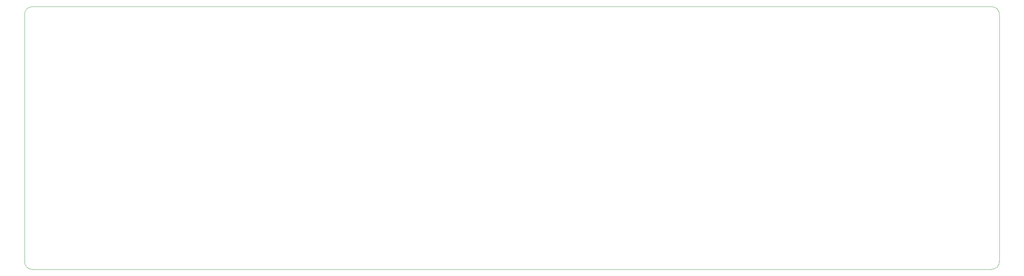
<source format=gm1>
G04 #@! TF.GenerationSoftware,KiCad,Pcbnew,(5.1.4)-1*
G04 #@! TF.CreationDate,2021-09-24T23:07:36-04:00*
G04 #@! TF.ProjectId,horizon-choc,686f7269-7a6f-46e2-9d63-686f632e6b69,rev?*
G04 #@! TF.SameCoordinates,Original*
G04 #@! TF.FileFunction,Profile,NP*
%FSLAX46Y46*%
G04 Gerber Fmt 4.6, Leading zero omitted, Abs format (unit mm)*
G04 Created by KiCad (PCBNEW (5.1.4)-1) date 2021-09-24 23:07:36*
%MOMM*%
%LPD*%
G04 APERTURE LIST*
%ADD10C,0.050000*%
G04 APERTURE END LIST*
D10*
X78000000Y-95000000D02*
X326000000Y-95000000D01*
X78000000Y-163000000D02*
X326000000Y-163000000D01*
X78000000Y-163000000D02*
G75*
G02X76000000Y-161000000I0J2000000D01*
G01*
X328000000Y-161000000D02*
G75*
G02X326000000Y-163000000I-2000000J0D01*
G01*
X328000000Y-97000000D02*
X328000000Y-161000000D01*
X326000000Y-95000000D02*
G75*
G02X328000000Y-97000000I0J-2000000D01*
G01*
X76000000Y-97000000D02*
G75*
G02X78000000Y-95000000I2000000J0D01*
G01*
X76000000Y-161000000D02*
X76000000Y-97000000D01*
M02*

</source>
